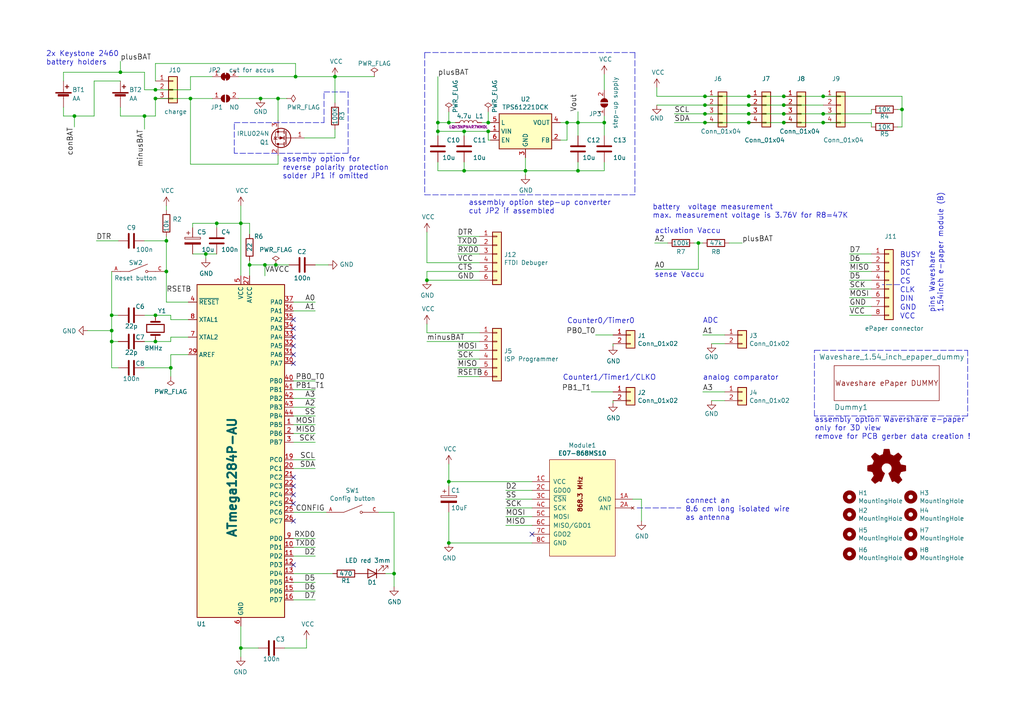
<source format=kicad_sch>
(kicad_sch (version 20211123) (generator eeschema)
  (paper "A4")
  (title_block (title "HB-UNI-SEN-BATT_ATMega1284P_E07-868MS10_FUEL4EP") (date "2024-02-17") (rev "1.4") (company "FUEL4EP") (comment 1 "Creative Commons License, non-commercial") (comment 2 "connector for Waveshare e-paper module (B) 1.54inch (J11)") (comment 3 "ATMega1284P (TQFP)  and eByte E07-868MS10 transceiver module") (comment 4 "fork of Alexander Reinert's HB-UNI-SEN-BATT: major changes:"))
  (junction (at 21.59 33.655))
  (junction (at 114.3 166.37))
  (junction (at 152.4 49.53))
  (junction (at 130.175 139.7))
  (junction (at 238.76 33.02))
  (junction (at 32.385 91.44))
  (junction (at 141.605 35.56))
  (junction (at 49.53 106.68))
  (junction (at 227.33 33.02))
  (junction (at 62.865 64.77))
  (junction (at 97.155 22.225))
  (junction (at 227.33 27.94))
  (junction (at 130.175 157.48))
  (junction (at 130.175 35.56))
  (junction (at 34.925 20.955))
  (junction (at 72.39 76.835))
  (junction (at 217.17 27.94))
  (junction (at 134.62 49.53))
  (junction (at 69.85 64.77))
  (junction (at 238.76 27.94))
  (junction (at 167.64 35.56))
  (junction (at 127 35.56))
  (junction (at 167.64 49.53))
  (junction (at 85.725 22.225))
  (junction (at 261.62 31.75))
  (junction (at 41.91 33.655))
  (junction (at 45.085 28.575))
  (junction (at 80.01 76.835))
  (junction (at 55.245 28.575))
  (junction (at 141.605 38.1))
  (junction (at 238.76 35.56))
  (junction (at 204.47 27.94))
  (junction (at 217.17 35.56))
  (junction (at 123.825 81.28))
  (junction (at 164.465 35.56))
  (junction (at 75.565 28.575))
  (junction (at 45.085 91.44))
  (junction (at 127 38.1))
  (junction (at 32.385 95.885))
  (junction (at 227.33 30.48))
  (junction (at 76.835 76.835))
  (junction (at 204.47 35.56))
  (junction (at 59.69 73.66))
  (junction (at 48.26 78.74))
  (junction (at 175.26 35.56))
  (junction (at 217.17 33.02))
  (junction (at 202.565 70.485))
  (junction (at 45.085 26.035))
  (junction (at 45.085 99.06))
  (junction (at 80.645 28.575))
  (junction (at 204.47 30.48))
  (junction (at 204.47 33.02))
  (junction (at 48.26 69.85))
  (junction (at 69.85 187.96))
  (junction (at 217.17 30.48))
  (junction (at 32.385 99.06))
  (junction (at 227.33 35.56))
  (junction (at 134.62 38.1))
  (no_connect (at 85.09 151.13))
  (no_connect (at 85.09 95.25))
  (no_connect (at 85.09 146.05))
  (no_connect (at 85.09 97.79))
  (no_connect (at 85.09 138.43))
  (no_connect (at 85.09 105.41))
  (no_connect (at 85.09 143.51))
  (no_connect (at 154.305 154.94))
  (no_connect (at 85.09 163.83))
  (no_connect (at 85.09 92.71))
  (no_connect (at 85.09 100.33))
  (no_connect (at 85.09 140.97))
  (no_connect (at 85.09 102.87))
  (wire (pts (xy 141.605 35.56) (xy 139.7 35.56)))
  (wire (pts (xy 97.155 29.845) (xy 97.155 22.225)))
  (wire (pts (xy 109.855 148.59) (xy 114.3 148.59)))
  (wire (pts (xy 34.925 17.78) (xy 34.925 20.955)))
  (wire (pts (xy 34.29 69.85) (xy 27.94 69.85)))
  (wire (pts (xy 32.385 99.06) (xy 32.385 106.68)))
  (wire (pts (xy 41.91 106.68) (xy 49.53 106.68)))
  (wire (pts (xy 85.09 161.29) (xy 91.44 161.29)))
  (wire (pts (xy 261.62 27.94) (xy 261.62 31.75)))
  (wire (pts (xy 130.175 157.48) (xy 130.175 148.59)))
  (wire (pts (xy 204.47 27.94) (xy 217.17 27.94)))
  (wire (pts (xy 206.375 99.695) (xy 210.185 99.695)))
  (wire (pts (xy 238.76 33.02) (xy 227.33 33.02)))
  (wire (pts (xy 141.605 35.56) (xy 141.605 32.385)))
  (wire (pts (xy 48.26 68.58) (xy 48.26 69.85)))
  (wire (pts (xy 55.245 47.625) (xy 80.645 47.625)))
  (wire (pts (xy 167.64 49.53) (xy 167.64 46.99)))
  (wire (pts (xy 88.9 187.96) (xy 88.9 185.42)))
  (wire (pts (xy 82.55 187.96) (xy 88.9 187.96)))
  (polyline (pts (xy 100.965 26.67) (xy 100.965 44.45)))
  (wire (pts (xy 177.8 113.665) (xy 171.45 113.665)))
  (wire (pts (xy 72.39 76.835) (xy 72.39 80.01)))
  (wire (pts (xy 193.675 70.485) (xy 189.865 70.485)))
  (wire (pts (xy 134.62 49.53) (xy 152.4 49.53)))
  (wire (pts (xy 55.245 26.035) (xy 55.245 22.225)))
  (wire (pts (xy 190.5 27.94) (xy 190.5 25.4)))
  (wire (pts (xy 85.09 120.65) (xy 91.44 120.65)))
  (wire (pts (xy 85.09 90.17) (xy 91.44 90.17)))
  (wire (pts (xy 45.085 26.035) (xy 55.245 26.035)))
  (wire (pts (xy 195.58 33.02) (xy 204.47 33.02)))
  (polyline (pts (xy 260.985 82.55) (xy 255.905 82.55)))
  (wire (pts (xy 175.26 33.655) (xy 175.26 35.56)))
  (wire (pts (xy 55.88 73.66) (xy 59.69 73.66)))
  (wire (pts (xy 85.09 115.57) (xy 91.44 115.57)))
  (wire (pts (xy 27.305 23.495) (xy 34.925 23.495)))
  (wire (pts (xy 123.825 76.2) (xy 123.825 67.31)))
  (wire (pts (xy 217.17 27.94) (xy 227.33 27.94)))
  (wire (pts (xy 114.3 166.37) (xy 114.3 170.18)))
  (wire (pts (xy 202.565 78.105) (xy 189.865 78.105)))
  (wire (pts (xy 85.09 158.75) (xy 91.44 158.75)))
  (wire (pts (xy 134.62 38.1) (xy 134.62 39.37)))
  (wire (pts (xy 167.64 49.53) (xy 175.26 49.53)))
  (wire (pts (xy 48.26 78.74) (xy 48.26 87.63)))
  (wire (pts (xy 83.82 76.835) (xy 80.01 76.835)))
  (wire (pts (xy 21.59 33.655) (xy 27.305 33.655)))
  (wire (pts (xy 260.35 31.75) (xy 261.62 31.75)))
  (polyline (pts (xy 123.19 15.24) (xy 123.19 56.515)))
  (wire (pts (xy 49.53 106.68) (xy 49.53 102.87)))
  (wire (pts (xy 97.155 37.465) (xy 97.155 40.005)))
  (wire (pts (xy 139.065 106.68) (xy 132.715 106.68)))
  (wire (pts (xy 227.33 27.94) (xy 238.76 27.94)))
  (wire (pts (xy 252.73 86.36) (xy 246.38 86.36)))
  (wire (pts (xy 134.62 49.53) (xy 127 49.53)))
  (wire (pts (xy 25.4 95.885) (xy 32.385 95.885)))
  (wire (pts (xy 45.085 18.415) (xy 85.725 18.415)))
  (wire (pts (xy 76.835 80.01) (xy 76.835 76.835)))
  (wire (pts (xy 142.24 35.56) (xy 141.605 35.56)))
  (wire (pts (xy 85.09 156.21) (xy 91.44 156.21)))
  (wire (pts (xy 59.69 73.66) (xy 62.865 73.66)))
  (wire (pts (xy 49.53 92.71) (xy 54.61 92.71)))
  (wire (pts (xy 61.595 22.225) (xy 55.245 22.225)))
  (wire (pts (xy 130.175 139.7) (xy 130.175 140.97)))
  (wire (pts (xy 183.515 144.78) (xy 186.055 144.78)))
  (wire (pts (xy 97.155 40.005) (xy 88.265 40.005)))
  (wire (pts (xy 76.835 76.835) (xy 72.39 76.835)))
  (wire (pts (xy 34.925 33.655) (xy 41.91 33.655)))
  (wire (pts (xy 80.645 28.575) (xy 83.185 28.575)))
  (wire (pts (xy 34.925 31.115) (xy 34.925 33.655)))
  (wire (pts (xy 139.065 73.66) (xy 132.715 73.66)))
  (polyline (pts (xy 67.945 35.56) (xy 93.98 35.56)))
  (wire (pts (xy 211.455 70.485) (xy 215.265 70.485)))
  (wire (pts (xy 41.91 33.655) (xy 45.085 33.655)))
  (wire (pts (xy 141.605 38.1) (xy 134.62 38.1)))
  (wire (pts (xy 152.4 49.53) (xy 167.64 49.53)))
  (wire (pts (xy 41.91 33.655) (xy 41.91 37.465)))
  (wire (pts (xy 139.065 96.52) (xy 123.825 96.52)))
  (wire (pts (xy 142.24 40.64) (xy 141.605 40.64)))
  (wire (pts (xy 85.09 110.49) (xy 91.44 110.49)))
  (wire (pts (xy 45.085 23.495) (xy 45.085 18.415)))
  (wire (pts (xy 45.085 91.44) (xy 41.91 91.44)))
  (wire (pts (xy 203.835 113.665) (xy 210.185 113.665)))
  (wire (pts (xy 127 38.1) (xy 127 39.37)))
  (wire (pts (xy 252.73 35.56) (xy 252.73 36.83)))
  (wire (pts (xy 132.08 35.56) (xy 130.175 35.56)))
  (wire (pts (xy 85.725 18.415) (xy 85.725 22.225)))
  (wire (pts (xy 195.58 35.56) (xy 204.47 35.56)))
  (wire (pts (xy 55.245 28.575) (xy 45.085 28.575)))
  (wire (pts (xy 47.625 78.74) (xy 48.26 78.74)))
  (wire (pts (xy 204.47 30.48) (xy 217.17 30.48)))
  (wire (pts (xy 175.26 49.53) (xy 175.26 46.99)))
  (polyline (pts (xy 184.785 147.32) (xy 197.485 147.32)))
  (polyline (pts (xy 93.98 26.67) (xy 100.965 26.67)))
  (wire (pts (xy 18.415 31.115) (xy 18.415 33.655)))
  (wire (pts (xy 152.4 45.72) (xy 152.4 49.53)))
  (wire (pts (xy 41.91 26.035) (xy 41.91 20.955)))
  (wire (pts (xy 111.76 166.37) (xy 114.3 166.37)))
  (wire (pts (xy 55.245 28.575) (xy 55.245 47.625)))
  (wire (pts (xy 141.605 40.64) (xy 141.605 38.1)))
  (wire (pts (xy 201.295 70.485) (xy 202.565 70.485)))
  (wire (pts (xy 134.62 46.99) (xy 134.62 49.53)))
  (wire (pts (xy 85.09 123.19) (xy 91.44 123.19)))
  (wire (pts (xy 85.09 125.73) (xy 91.44 125.73)))
  (wire (pts (xy 85.09 118.11) (xy 91.44 118.11)))
  (wire (pts (xy 48.26 87.63) (xy 54.61 87.63)))
  (wire (pts (xy 55.88 64.77) (xy 55.88 66.04)))
  (wire (pts (xy 85.09 128.27) (xy 91.44 128.27)))
  (polyline (pts (xy 184.15 15.24) (xy 184.15 56.515)))
  (wire (pts (xy 238.76 27.94) (xy 261.62 27.94)))
  (polyline (pts (xy 123.19 56.515) (xy 184.15 56.515)))
  (wire (pts (xy 54.61 97.79) (xy 49.53 97.79)))
  (wire (pts (xy 18.415 23.495) (xy 18.415 20.955)))
  (wire (pts (xy 85.09 133.35) (xy 91.44 133.35)))
  (wire (pts (xy 123.825 99.06) (xy 139.065 99.06)))
  (wire (pts (xy 85.725 22.225) (xy 97.155 22.225)))
  (wire (pts (xy 252.73 78.74) (xy 246.38 78.74)))
  (wire (pts (xy 127 35.56) (xy 127 38.1)))
  (wire (pts (xy 175.26 35.56) (xy 175.26 39.37)))
  (polyline (pts (xy 236.22 101.6) (xy 280.67 101.6)))
  (wire (pts (xy 123.825 78.74) (xy 139.065 78.74)))
  (wire (pts (xy 130.175 35.56) (xy 130.175 32.385)))
  (polyline (pts (xy 67.945 44.45) (xy 67.945 35.56)))
  (wire (pts (xy 32.385 106.68) (xy 34.29 106.68)))
  (wire (pts (xy 206.375 116.205) (xy 210.185 116.205)))
  (wire (pts (xy 252.73 76.2) (xy 246.38 76.2)))
  (wire (pts (xy 167.64 32.385) (xy 167.64 35.56)))
  (wire (pts (xy 210.185 97.155) (xy 203.835 97.155)))
  (wire (pts (xy 55.245 28.575) (xy 61.595 28.575)))
  (wire (pts (xy 69.85 181.61) (xy 69.85 187.96)))
  (wire (pts (xy 72.39 64.77) (xy 72.39 67.945)))
  (wire (pts (xy 49.53 102.87) (xy 54.61 102.87)))
  (wire (pts (xy 80.01 76.835) (xy 76.835 76.835)))
  (wire (pts (xy 130.175 134.62) (xy 130.175 139.7)))
  (wire (pts (xy 69.85 59.69) (xy 69.85 64.77)))
  (wire (pts (xy 123.825 96.52) (xy 123.825 93.98)))
  (wire (pts (xy 85.09 113.03) (xy 91.44 113.03)))
  (wire (pts (xy 85.09 87.63) (xy 91.44 87.63)))
  (wire (pts (xy 18.415 33.655) (xy 21.59 33.655)))
  (wire (pts (xy 96.52 166.37) (xy 85.09 166.37)))
  (polyline (pts (xy 236.22 120.65) (xy 236.22 101.6)))
  (wire (pts (xy 252.73 83.82) (xy 246.38 83.82)))
  (wire (pts (xy 167.64 35.56) (xy 167.64 39.37)))
  (wire (pts (xy 177.8 100.33) (xy 177.8 99.695)))
  (polyline (pts (xy 123.19 15.24) (xy 184.15 15.24)))
  (wire (pts (xy 227.33 30.48) (xy 238.76 30.48)))
  (wire (pts (xy 177.8 97.155) (xy 172.72 97.155)))
  (wire (pts (xy 204.47 35.56) (xy 217.17 35.56)))
  (wire (pts (xy 85.09 171.45) (xy 91.44 171.45)))
  (wire (pts (xy 69.215 22.225) (xy 85.725 22.225)))
  (wire (pts (xy 32.385 91.44) (xy 32.385 95.885)))
  (wire (pts (xy 139.065 101.6) (xy 132.715 101.6)))
  (wire (pts (xy 94.615 148.59) (xy 85.09 148.59)))
  (wire (pts (xy 164.465 40.64) (xy 164.465 35.56)))
  (wire (pts (xy 80.645 34.925) (xy 80.645 28.575)))
  (wire (pts (xy 162.56 40.64) (xy 164.465 40.64)))
  (wire (pts (xy 91.44 76.835) (xy 95.25 76.835)))
  (wire (pts (xy 252.73 73.66) (xy 246.38 73.66)))
  (wire (pts (xy 49.53 99.06) (xy 45.085 99.06)))
  (wire (pts (xy 74.93 187.96) (xy 69.85 187.96)))
  (wire (pts (xy 204.47 33.02) (xy 217.17 33.02)))
  (wire (pts (xy 32.385 78.74) (xy 32.385 91.44)))
  (wire (pts (xy 69.215 28.575) (xy 75.565 28.575)))
  (wire (pts (xy 127 22.225) (xy 127 35.56)))
  (wire (pts (xy 114.3 148.59) (xy 114.3 166.37)))
  (wire (pts (xy 85.09 168.91) (xy 91.44 168.91)))
  (wire (pts (xy 108.585 22.225) (xy 97.155 22.225)))
  (wire (pts (xy 177.8 116.84) (xy 177.8 116.205)))
  (wire (pts (xy 69.85 64.77) (xy 69.85 80.01)))
  (polyline (pts (xy 280.67 120.65) (xy 236.22 120.65)))
  (wire (pts (xy 45.085 28.575) (xy 45.085 33.655)))
  (wire (pts (xy 80.645 45.085) (xy 80.645 47.625)))
  (wire (pts (xy 69.85 64.77) (xy 72.39 64.77)))
  (wire (pts (xy 21.59 36.83) (xy 21.59 33.655)))
  (wire (pts (xy 227.33 30.48) (xy 217.17 30.48)))
  (wire (pts (xy 41.91 69.85) (xy 48.26 69.85)))
  (wire (pts (xy 142.24 38.1) (xy 141.605 38.1)))
  (wire (pts (xy 154.305 157.48) (xy 130.175 157.48)))
  (wire (pts (xy 49.53 109.22) (xy 49.53 106.68)))
  (wire (pts (xy 34.29 99.06) (xy 32.385 99.06)))
  (wire (pts (xy 59.69 73.66) (xy 59.69 74.93)))
  (wire (pts (xy 227.33 33.02) (xy 217.17 33.02)))
  (wire (pts (xy 252.73 88.9) (xy 246.38 88.9)))
  (wire (pts (xy 48.26 69.85) (xy 48.26 78.74)))
  (wire (pts (xy 252.73 81.28) (xy 246.38 81.28)))
  (wire (pts (xy 202.565 70.485) (xy 203.835 70.485)))
  (wire (pts (xy 261.62 31.75) (xy 261.62 36.83)))
  (wire (pts (xy 227.33 35.56) (xy 217.17 35.56)))
  (polyline (pts (xy 280.67 101.6) (xy 280.67 120.65)))
  (wire (pts (xy 139.065 68.58) (xy 132.715 68.58)))
  (wire (pts (xy 164.465 35.56) (xy 162.56 35.56)))
  (wire (pts (xy 27.305 23.495) (xy 27.305 33.655)))
  (wire (pts (xy 75.565 28.575) (xy 80.645 28.575)))
  (polyline (pts (xy 93.98 35.56) (xy 93.98 26.67)))
  (wire (pts (xy 202.565 70.485) (xy 202.565 78.105)))
  (wire (pts (xy 175.26 26.035) (xy 175.26 21.59)))
  (wire (pts (xy 167.64 35.56) (xy 164.465 35.56)))
  (wire (pts (xy 154.305 152.4) (xy 146.685 152.4)))
  (wire (pts (xy 49.53 97.79) (xy 49.53 99.06)))
  (wire (pts (xy 127 49.53) (xy 127 46.99)))
  (wire (pts (xy 62.865 64.77) (xy 62.865 66.04)))
  (wire (pts (xy 190.5 27.94) (xy 204.47 27.94)))
  (wire (pts (xy 130.175 35.56) (xy 127 35.56)))
  (wire (pts (xy 85.09 135.89) (xy 91.44 135.89)))
  (wire (pts (xy 69.85 187.96) (xy 69.85 190.5)))
  (wire (pts (xy 139.065 71.12) (xy 132.715 71.12)))
  (wire (pts (xy 32.385 95.885) (xy 32.385 99.06)))
  (wire (pts (xy 139.065 104.14) (xy 132.715 104.14)))
  (wire (pts (xy 62.865 64.77) (xy 55.88 64.77)))
  (wire (pts (xy 123.825 81.28) (xy 139.065 81.28)))
  (wire (pts (xy 49.53 91.44) (xy 45.085 91.44)))
  (wire (pts (xy 45.085 26.035) (xy 41.91 26.035)))
  (wire (pts (xy 134.62 38.1) (xy 127 38.1)))
  (wire (pts (xy 238.76 35.56) (xy 252.73 35.56)))
  (wire (pts (xy 252.73 33.02) (xy 252.73 31.75)))
  (wire (pts (xy 130.175 139.7) (xy 154.305 139.7)))
  (wire (pts (xy 154.305 144.78) (xy 146.685 144.78)))
  (wire (pts (xy 85.09 173.99) (xy 91.44 173.99)))
  (wire (pts (xy 45.085 99.06) (xy 41.91 99.06)))
  (wire (pts (xy 238.76 35.56) (xy 227.33 35.56)))
  (wire (pts (xy 186.055 144.78) (xy 186.055 151.13)))
  (wire (pts (xy 154.305 149.86) (xy 146.685 149.86)))
  (wire (pts (xy 48.26 59.69) (xy 48.26 60.96)))
  (polyline (pts (xy 100.965 44.45) (xy 67.945 44.45)))
  (wire (pts (xy 152.4 49.53) (xy 152.4 50.8)))
  (wire (pts (xy 139.065 109.22) (xy 132.715 109.22)))
  (wire (pts (xy 34.29 91.44) (xy 32.385 91.44)))
  (wire (pts (xy 123.825 78.74) (xy 123.825 81.28)))
  (wire (pts (xy 62.865 64.77) (xy 69.85 64.77)))
  (wire (pts (xy 154.305 147.32) (xy 146.685 147.32)))
  (wire (pts (xy 167.64 35.56) (xy 175.26 35.56)))
  (wire (pts (xy 238.76 33.02) (xy 252.73 33.02)))
  (wire (pts (xy 49.53 92.71) (xy 49.53 91.44)))
  (wire (pts (xy 72.39 75.565) (xy 72.39 76.835)))
  (wire (pts (xy 190.5 30.48) (xy 204.47 30.48)))
  (wire (pts (xy 34.925 20.955) (xy 41.91 20.955)))
  (wire (pts (xy 18.415 20.955) (xy 34.925 20.955)))
  (wire (pts (xy 252.73 91.44) (xy 246.38 91.44)))
  (wire (pts (xy 261.62 36.83) (xy 260.35 36.83)))
  (wire (pts (xy 123.825 76.2) (xy 139.065 76.2)))
  (wire (pts (xy 154.305 142.24) (xy 146.685 142.24)))
  (text "RST" (at 260.985 77.47 0) (effects (font (size 1.524 1.524)) (justify left bottom)))
  (text "CLK" (at 260.985 85.09 0) (effects (font (size 1.524 1.524)) (justify left bottom)))
  (text "analog comparator" (at 203.835 110.49 0) (effects (font (size 1.524 1.524)) (justify left bottom)))
  (text "connect an\n8.6 cm long isolated wire\nas antenna" (at 198.755 151.13 0) (effects (font (size 1.524 1.524)) (justify left bottom)))
  (text "VCC" (at 260.985 92.71 0) (effects (font (size 1.524 1.524)) (justify left bottom)))
  (text "activation Vaccu" (at 189.865 67.945 0) (effects (font (size 1.524 1.524)) (justify left bottom)))
  (text "Counter1/Timer1/CLKO\n" (at 163.195 110.49 0) (effects (font (size 1.524 1.524)) (justify left bottom)))
  (text "assemby option for\nreverse polarity protection\nsolder JP1 if omitted" (at 81.915 52.07 0) (effects (font (size 1.524 1.524)) (justify left bottom)))
  (text "Counter0/Timer0\n\n" (at 164.465 96.52 0) (effects (font (size 1.524 1.524)) (justify left bottom)))
  (text "ADC" (at 203.835 93.98 0) (effects (font (size 1.524 1.524)) (justify left bottom)))
  (text "assembly option step-up converter\ncut JP2 if assembled" (at 135.89 62.23 0) (effects (font (size 1.524 1.524)) (justify left bottom)))
  (text "CS\n" (at 260.985 82.55 0) (effects (font (size 1.524 1.524)) (justify left bottom)))
  (text "battery  voltage measurement\nmax. measurement voltage is 3.76V for R8=47K" (at 189.23 63.5 0) (effects (font (size 1.524 1.524)) (justify left bottom)))
  (text "pins Waveshare\n1.54inch e-paper module (B)" (at 273.685 90.805 90) (effects (font (size 1.524 1.524)) (justify left bottom)))
  (text "sense Vaccu" (at 189.865 80.645 0) (effects (font (size 1.524 1.524)) (justify left bottom)))
  (text "2x Keystone 2460\nbattery holders" (at 13.335 19.05 0) (effects (font (size 1.524 1.524)) (justify left bottom)))
  (text "DC" (at 260.985 80.01 0) (effects (font (size 1.524 1.524)) (justify left bottom)))
  (text "GND" (at 260.985 90.17 0) (effects (font (size 1.524 1.524)) (justify left bottom)))
  (text "DIN" (at 260.985 87.63 0) (effects (font (size 1.524 1.524)) (justify left bottom)))
  (text "BUSY" (at 260.985 74.93 0) (effects (font (size 1.524 1.524)) (justify left bottom)))
  (text "assembly option Wavershare e-paper\nonly for 3D view\nremove for PCB gerber data creation !" (at 236.22 127.635 0) (effects (font (size 1.524 1.524)) (justify left bottom)))
  (label "SCL" (at 91.44 133.35 180) (effects (font (size 1.524 1.524))))
  (label "A0" (at 189.865 78.105 0) (effects (font (size 1.524 1.524))))
  (label "D5" (at 91.44 168.91 180) (effects (font (size 1.524 1.524))))
  (label "MOSI" (at 146.685 149.86 0) (effects (font (size 1.524 1.524))))
  (label "A1" (at 91.44 90.17 180) (effects (font (size 1.524 1.524))))
  (label "SS" (at 146.685 144.78 0) (effects (font (size 1.524 1.524))))
  (label "A1" (at 203.835 97.155 0) (effects (font (size 1.524 1.524))))
  (label "SDA" (at 91.44 135.89 180) (effects (font (size 1.524 1.524))))
  (label "VCC" (at 132.715 76.2 0) (effects (font (size 1.524 1.524))))
  (label "MOSI" (at 91.44 123.19 180) (effects (font (size 1.524 1.524))))
  (label "MISO" (at 146.685 152.4 0) (effects (font (size 1.524 1.524))))
  (label "D2" (at 91.44 161.29 180) (effects (font (size 1.524 1.524))))
  (label "minusBAT" (at 41.91 37.465 270) (effects (font (size 1.524 1.524))))
  (label "D2" (at 146.685 142.24 0) (effects (font (size 1.524 1.524))))
  (label "SCK" (at 132.715 104.14 0) (effects (font (size 1.524 1.524))))
  (label "MISO" (at 132.715 106.68 0) (effects (font (size 1.524 1.524))))
  (label "D6" (at 91.44 171.45 180) (effects (font (size 1.524 1.524))))
  (label "plusBAT" (at 127 22.225 0) (effects (font (size 1.524 1.524))))
  (label "plusBAT" (at 215.265 70.485 0) (effects (font (size 1.524 1.524))))
  (label "VCC" (at 246.38 91.44 0) (effects (font (size 1.524 1.524))))
  (label "DTR" (at 132.715 68.58 0) (effects (font (size 1.524 1.524))))
  (label "SDA" (at 195.58 35.56 0) (effects (font (size 1.524 1.524))))
  (label "MISO" (at 246.38 78.74 0) (effects (font (size 1.524 1.524))))
  (label "A2" (at 91.44 118.11 180) (effects (font (size 1.524 1.524))))
  (label "CONFIG" (at 85.725 148.59 0) (effects (font (size 1.524 1.524))))
  (label "PB0_T0" (at 172.72 97.155 180) (effects (font (size 1.524 1.524))))
  (label "PB1_T1" (at 85.725 113.03 0) (effects (font (size 1.524 1.524))))
  (label "conBAT" (at 21.59 36.83 270) (effects (font (size 1.524 1.524))))
  (label "SCL" (at 195.58 33.02 0) (effects (font (size 1.524 1.524))))
  (label "A3" (at 203.835 113.665 0) (effects (font (size 1.524 1.524))))
  (label "SCK" (at 246.38 83.82 0) (effects (font (size 1.524 1.524))))
  (label "PB1_T1" (at 171.45 113.665 180) (effects (font (size 1.524 1.524))))
  (label "RSETB" (at 48.26 85.09 0) (effects (font (size 1.524 1.524))))
  (label "D7" (at 246.38 73.66 0) (effects (font (size 1.524 1.524))))
  (label "Vout" (at 167.64 32.385 90) (effects (font (size 1.524 1.524))))
  (label "D7" (at 91.44 173.99 180) (effects (font (size 1.524 1.524))))
  (label "PB0_T0" (at 85.725 110.49 0) (effects (font (size 1.524 1.524))))
  (label "TXD0" (at 132.715 71.12 0) (effects (font (size 1.524 1.524))))
  (label "MOSI" (at 246.38 86.36 0) (effects (font (size 1.524 1.524))))
  (label "A2" (at 189.865 70.485 0) (effects (font (size 1.524 1.524))))
  (label "CTS" (at 132.715 78.74 0) (effects (font (size 1.524 1.524))))
  (label "GND" (at 132.715 81.28 0) (effects (font (size 1.524 1.524))))
  (label "minusBAT" (at 123.825 99.06 0) (effects (font (size 1.524 1.524))))
  (label "D5" (at 246.38 81.28 0) (effects (font (size 1.524 1.524))))
  (label "VAVCC" (at 76.835 79.375 0) (effects (font (size 1.524 1.524))))
  (label "SS" (at 91.44 120.65 180) (effects (font (size 1.524 1.524))))
  (label "DTR" (at 27.94 69.85 0) (effects (font (size 1.524 1.524))))
  (label "MISO" (at 91.44 125.73 180) (effects (font (size 1.524 1.524))))
  (label "SCK" (at 146.685 147.32 0) (effects (font (size 1.524 1.524))))
  (label "TXD0" (at 91.44 158.75 180) (effects (font (size 1.524 1.524))))
  (label "MOSI" (at 132.715 101.6 0) (effects (font (size 1.524 1.524))))
  (label "plusBAT" (at 34.925 17.78 0) (effects (font (size 1.524 1.524))))
  (label "RXD0" (at 91.44 156.21 180) (effects (font (size 1.524 1.524))))
  (label "A3" (at 91.44 115.57 180) (effects (font (size 1.524 1.524))))
  (label "GND" (at 246.38 88.9 0) (effects (font (size 1.524 1.524))))
  (label "RXD0" (at 132.715 73.66 0) (effects (font (size 1.524 1.524))))
  (label "A0" (at 91.44 87.63 180) (effects (font (size 1.524 1.524))))
  (label "RSETB" (at 132.715 109.22 0) (effects (font (size 1.524 1.524))))
  (label "D6" (at 246.38 76.2 0) (effects (font (size 1.524 1.524))))
  (label "SCK" (at 91.44 128.27 180) (effects (font (size 1.524 1.524))))
  (symbol (lib_id "Device:LED") (at 107.95 166.37 180) (unit 1)
    (property "Reference" "D1" (at 107.95 168.91 0))
    (property "Value" "LED red 3mm" (at 106.68 162.56 0))
    (property "Footprint" "LED_SMD:LED_0805_2012Metric_Pad1.15x1.40mm_HandSolder" (effects hide))
    (property "Datasheet" "https://datasheet.lcsc.com/lcsc/2008201032_Foshan-NationStar-Optoelectronics-NCD0805R1_C84256.pdf" (effects hide))
    (property "TYPE" "LED_0805" (effects hide))
    (property "LCSC" "C84256" (effects hide))
  )
  (symbol (lib_id "Device:R") (at 100.33 166.37 90) (mirror x) (unit 1)
    (property "Reference" "R1" (at 100.33 168.402 90))
    (property "Value" "470" (at 100.33 166.37 90))
    (property "Footprint" "Resistor_SMD:R_0805_2012Metric_Pad1.20x1.40mm_HandSolder" (effects hide))
    (property "Datasheet" "https://datasheet.lcsc.com/lcsc/1811050105_UNI-ROYAL-Uniroyal-Elec-0805W8F4700T5E_C17710.pdf" (effects hide))
    (property "TYPE" "0805" (effects hide))
    (property "LCSC" "C17710" (effects hide))
  )
  (symbol (lib_id "power:GND") (at 190.5 30.48 0) (unit 1)
    (property "Reference" "#PWR03" (effects hide))
    (property "Value" "GND" (at 190.5 34.29 0))
  )
  (symbol (lib_id "power:GND") (at 75.565 28.575 0) (unit 1)
    (property "Reference" "#PWR05" (effects hide))
    (property "Value" "GND" (at 75.565 32.385 0))
  )
  (symbol (lib_id "power:GND") (at 206.375 99.695 0) (unit 1)
    (property "Reference" "#PWR011" (effects hide))
    (property "Value" "GND" (at 206.375 103.505 0))
  )
  (symbol (lib_id "power:GND") (at 206.375 116.205 0) (unit 1)
    (property "Reference" "#PWR012" (effects hide))
    (property "Value" "GND" (at 206.375 120.015 0))
  )
  (symbol (lib_id "power:PWR_FLAG") (at 108.585 22.225 0) (unit 1)
    (property "Reference" "#FLG014" (effects hide))
    (property "Value" "PWR_FLAG" (at 108.585 18.415 0))
  )
  (symbol (lib_id "Device:Battery_Cell") (at 18.415 28.575 0) (unit 1) (in_bom no)
    (property "Reference" "BT1" (at 20.955 26.035 0) (effects (justify left)))
    (property "Value" "AA" (at 20.955 28.575 0) (effects (justify left)))
    (property "Footprint" "FUEL4EP:BatteryHolder_Keystone_2460_1xAA" (effects hide))
    (property "TYPE" "0" (effects hide))
  )
  (symbol (lib_id "Device:Battery_Cell") (at 34.925 28.575 0) (unit 1) (in_bom no)
    (property "Reference" "BT2" (at 37.465 26.035 0) (effects (justify left)))
    (property "Value" "AA" (at 37.465 28.575 0) (effects (justify left)))
    (property "Footprint" "FUEL4EP:BatteryHolder_Keystone_2460_1xAA" (effects hide))
    (property "TYPE" "0" (effects hide))
  )
  (symbol (lib_id "Device:C_Polarized") (at 130.175 144.78 0) (unit 1)
    (property "Reference" "C1" (at 130.81 142.24 0) (effects (justify left)))
    (property "Value" "10uF" (at 130.81 147.32 0) (effects (justify left)))
    (property "Footprint" "Capacitor_SMD:C_1206_3216Metric_Pad1.33x1.80mm_HandSolder" (effects hide))
    (property "TYPE" "CASE-A_3216" (effects hide))
    (property "LCSC" "C7171" (effects hide))
  )
  (symbol (lib_id "Device:R") (at 256.54 31.75 270) (unit 1)
    (property "Reference" "R4" (at 256.54 33.782 90))
    (property "Value" "10K" (at 256.54 31.75 90))
    (property "Footprint" "Resistor_SMD:R_0805_2012Metric_Pad1.20x1.40mm_HandSolder" (effects hide))
    (property "Datasheet" "https://datasheet.lcsc.com/lcsc/2304140030_LIZ-Elec-CR0805J80114G_C101933.pdf" (effects hide))
    (property "TYPE" "R0805" (effects hide))
    (property "LCSC" "C101933" (effects hide))
  )
  (symbol (lib_id "Device:R") (at 256.54 36.83 270) (unit 1)
    (property "Reference" "R5" (at 256.54 38.862 90))
    (property "Value" "10K" (at 256.54 36.83 90))
    (property "Footprint" "Resistor_SMD:R_0805_2012Metric_Pad1.20x1.40mm_HandSolder" (effects hide))
    (property "Datasheet" "https://datasheet.lcsc.com/lcsc/2304140030_LIZ-Elec-CR0805J80114G_C101933.pdf" (effects hide))
    (property "TYPE" "R0805" (effects hide))
    (property "LCSC" "C101933" (effects hide))
  )
  (symbol (lib_id "Device:Q_NMOS_GDS") (at 83.185 40.005 180) (unit 1)
    (property "Reference" "Q1" (at 78.105 41.275 0) (effects (justify left)))
    (property "Value" "IRLU024N" (at 78.105 38.735 0) (effects (justify left)))
    (property "Footprint" "Package_TO_SOT_THT:TO-251-3_Vertical" (effects hide))
    (property "Datasheet" "https://datasheet.lcsc.com/lcsc/2005221837_VBsemi-Elec-IRLU024NPBF_C558184.pdf" (effects hide))
    (property "LCSC" "C558184" (effects hide))
    (property "TYPE" "TO-251" (effects hide))
  )
  (symbol (lib_id "Device:R") (at 97.155 33.655 0) (unit 1)
    (property "Reference" "R3" (at 99.187 33.655 90))
    (property "Value" "100K" (at 97.155 33.655 90))
    (property "Footprint" "Resistor_SMD:R_0805_2012Metric_Pad1.20x1.40mm_HandSolder" (effects hide))
    (property "Datasheet" "https://datasheet.lcsc.com/lcsc/2304140030_KAMAYA-RMC1-10-104JTP_C340475.pdf" (effects hide))
    (property "TYPE" "R0805" (effects hide))
    (property "LCSC" "C340475" (effects hide))
  )
  (symbol (lib_id "Jumper:SolderJumper_2_Open") (at 65.405 28.575 0) (unit 1)
    (property "Reference" "JP1" (at 62.865 31.115 0))
    (property "Value" "NO" (at 67.945 31.115 0))
    (property "Footprint" "FUEL4EP:SolderJumper-2_P1.3mm_Open_Pad1.0x1.5mm" (effects hide))
    (property "TYPE" "0" (effects hide))
  )
  (symbol (lib_id "Connector_Generic:Conn_01x02") (at 215.265 113.665 0) (unit 1)
    (property "Reference" "J4" (at 217.297 113.8682 0) (effects (justify left)))
    (property "Value" "Conn_01x02" (at 217.297 116.1796 0) (effects (justify left)))
    (property "Footprint" "Connector_PinHeader_2.54mm:PinHeader_1x02_P2.54mm_Vertical" (effects hide))
    (property "TYPE" "0" (effects hide))
  )
  (symbol (lib_id "Connector_Generic:Conn_01x02") (at 215.265 97.155 0) (unit 1)
    (property "Reference" "J3" (at 217.297 97.3582 0) (effects (justify left)))
    (property "Value" "Conn_01x02" (at 217.297 99.6696 0) (effects (justify left)))
    (property "Footprint" "Connector_PinHeader_2.54mm:PinHeader_1x02_P2.54mm_Vertical" (effects hide))
    (property "TYPE" "0" (effects hide))
  )
  (symbol (lib_id "Connector_Generic:Conn_01x03") (at 50.165 26.035 0) (unit 1)
    (property "Reference" "J10" (at 48.895 20.32 0) (effects (justify left)))
    (property "Value" "charge" (at 47.625 32.385 0) (effects (justify left)))
    (property "Footprint" "Connector_PinHeader_2.54mm:PinHeader_1x03_P2.54mm_Vertical" (effects hide))
    (property "TYPE" "0" (effects hide))
  )
  (symbol (lib_id "Connector_Generic:Conn_01x04") (at 209.55 30.48 0) (unit 1)
    (property "Reference" "J6" (at 207.01 22.86 0) (effects (justify left)))
    (property "Value" "Conn_01x04" (at 203.2 38.1 0) (effects (justify left)))
    (property "Footprint" "Connector_PinHeader_2.54mm:PinHeader_1x04_P2.54mm_Vertical" (effects hide))
    (property "TYPE" "0" (effects hide))
  )
  (symbol (lib_id "Connector_Generic:Conn_01x04") (at 222.25 30.48 0) (unit 1)
    (property "Reference" "J7" (at 220.98 22.86 0) (effects (justify left)))
    (property "Value" "Conn_01x04" (at 215.9 40.64 0) (effects (justify left)))
    (property "Footprint" "Connector_PinHeader_2.54mm:PinHeader_1x04_P2.54mm_Vertical" (effects hide))
    (property "TYPE" "0" (effects hide))
  )
  (symbol (lib_id "Connector_Generic:Conn_01x04") (at 232.41 30.48 0) (unit 1)
    (property "Reference" "J8" (at 231.14 22.86 0) (effects (justify left)))
    (property "Value" "Conn_01x04" (at 226.06 38.1 0) (effects (justify left)))
    (property "Footprint" "Connector_PinHeader_2.54mm:PinHeader_1x04_P2.54mm_Vertical" (effects hide))
    (property "TYPE" "0" (effects hide))
  )
  (symbol (lib_id "Connector_Generic:Conn_01x04") (at 243.84 30.48 0) (unit 1)
    (property "Reference" "J9" (at 241.3 22.86 0) (effects (justify left)))
    (property "Value" "Conn_01x04" (at 238.76 40.64 0) (effects (justify left)))
    (property "Footprint" "Connector_PinHeader_2.54mm:PinHeader_1x04_P2.54mm_Vertical" (effects hide))
    (property "TYPE" "0" (effects hide))
  )
  (symbol (lib_id "Connector_Generic:Conn_01x06") (at 144.145 101.6 0) (unit 1)
    (property "Reference" "J5" (at 146.177 101.8032 0) (effects (justify left)))
    (property "Value" "ISP Programmer" (at 146.177 104.1146 0) (effects (justify left)))
    (property "Footprint" "Connector_PinHeader_2.54mm:PinHeader_1x06_P2.54mm_Vertical" (effects hide))
    (property "TYPE" "0" (effects hide))
  )
  (symbol (lib_id "Jumper:SolderJumper_2_Bridged") (at 65.405 22.225 0) (unit 1)
    (property "Reference" "JP2" (at 62.23 20.32 0))
    (property "Value" "cut for accus" (at 73.025 20.32 0))
    (property "Footprint" "Jumper:SolderJumper-2_P1.3mm_Bridged_Pad1.0x1.5mm" (effects hide))
    (property "TYPE" "0" (effects hide))
  )
  (symbol (lib_id "power:GND") (at 130.175 157.48 0) (unit 1)
    (property "Reference" "#PWR09" (effects hide))
    (property "Value" "GND" (at 130.302 161.8742 0))
  )
  (symbol (lib_id "power:VCC") (at 130.175 134.62 0) (unit 1)
    (property "Reference" "#PWR013" (effects hide))
    (property "Value" "VCC" (at 130.556 130.2258 0))
  )
  (symbol (lib_id "Mechanical:MountingHole") (at 246.38 149.225 0) (unit 1) (in_bom no)
    (property "Reference" "H2" (at 248.92 148.0566 0) (effects (justify left)))
    (property "Value" "MountingHole" (at 248.92 150.368 0) (effects (justify left)))
    (property "Footprint" "FUEL4EP:MountingHole_2.2mm_M2_Pad_Via" (effects hide))
    (property "TYPE" "0" (effects hide))
  )
  (symbol (lib_id "Mechanical:MountingHole") (at 246.38 144.145 0) (unit 1) (in_bom no)
    (property "Reference" "H1" (at 248.92 142.9766 0) (effects (justify left)))
    (property "Value" "MountingHole" (at 248.92 145.288 0) (effects (justify left)))
    (property "Footprint" "FUEL4EP:MountingHole_2.2mm_M2_Pad_Via" (effects hide))
    (property "TYPE" "0" (effects hide))
  )
  (symbol (lib_id "power:GND") (at 186.055 151.13 0) (unit 1)
    (property "Reference" "#PWR01" (effects hide))
    (property "Value" "GND" (at 186.182 155.5242 0))
  )
  (symbol (lib_id "Graphic:Logo_Open_Hardware_Small") (at 257.175 135.89 0) (unit 1) (in_bom no)
    (property "Reference" "LOGO1" (effects hide))
    (property "Value" "Logo_Open_Hardware_Small" (effects hide))
    (property "Footprint" "FUEL4EP:CC-BY-ND-SA" (effects hide))
    (property "TYPE" "0" (effects hide))
  )
  (symbol (lib_id "FUEL4EP:E07-868MS10") (at 159.385 161.29 0) (unit 1)
    (property "Reference" "Module1" (at 168.91 129.159 0))
    (property "Value" "E07-868MS10" (at 168.91 131.4704 0) (effects (font bold)))
    (property "Footprint" "FUEL4EP:eByte_E07-868MS10" (effects hide))
    (property "Datasheet" "https://www.ti.com/lit/ds/symlink/cc1101.pdf" (effects hide))
    (property "TYPE" "0" (effects hide))
  )
  (symbol (lib_id "Mechanical:MountingHole") (at 264.16 144.145 0) (unit 1) (in_bom no)
    (property "Reference" "H3" (at 266.7 142.9766 0) (effects (justify left)))
    (property "Value" "MountingHole" (at 266.7 145.288 0) (effects (justify left)))
    (property "Footprint" "FUEL4EP:MountingHole_2.2mm_M2_Pad_Via" (effects hide))
    (property "TYPE" "0" (effects hide))
  )
  (symbol (lib_id "FUEL4EP:Conn_01x08") (at 257.81 81.28 0) (unit 1)
    (property "Reference" "J11" (at 256.54 68.58 0) (effects (justify left)))
    (property "Value" "ePaper connector" (at 250.825 95.25 0) (effects (justify left)))
    (property "Footprint" "FUEL4EP:PinPads_1x08_P2.00mm_Vertical" (effects hide))
    (property "TYPE" "0" (effects hide))
  )
  (symbol (lib_id "Mechanical:MountingHole") (at 264.16 149.225 0) (unit 1) (in_bom no)
    (property "Reference" "H4" (at 266.7 148.0566 0) (effects (justify left)))
    (property "Value" "MountingHole" (at 266.7 150.368 0) (effects (justify left)))
    (property "Footprint" "FUEL4EP:MountingHole_2.2mm_M2_Pad_Via" (effects hide))
    (property "TYPE" "0" (effects hide))
  )
  (symbol (lib_id "MCU_Microchip_ATmega:ATmega1284P-A") (at 69.85 130.81 0) (unit 1)
    (property "Reference" "U1" (at 58.42 180.975 0))
    (property "Value" "ATmega1284P-AU" (at 67.31 138.43 90) (effects (font (size 2.54 2.54) bold)))
    (property "Footprint" "Package_QFP:TQFP-44_10x10mm_P0.8mm" (effects hide))
    (property "Datasheet" "http://ww1.microchip.com/downloads/en/DeviceDoc/Atmel-8272-8-bit-AVR-microcontroller-ATmega164A_PA-324A_PA-644A_PA-1284_P_datasheet.pdf" (effects hide))
    (property "TYPE" "TQFP-44_10.0x10.0x0.8P" (effects hide))
    (property "LCSC" "C33575" (effects hide))
  )
  (symbol (lib_id "power:PWR_FLAG") (at 49.53 109.22 180) (unit 1)
    (property "Reference" "#FLG0102" (effects hide))
    (property "Value" "PWR_FLAG" (at 49.53 113.6142 0))
  )
  (symbol (lib_id "FUEL4EP:TS-1187A-B-A-B") (at 40.005 78.74 0) (unit 1)
    (property "Reference" "SW2" (at 39.37 76.2 0))
    (property "Value" "Reset button" (at 39.37 80.645 0))
    (property "Footprint" "FUEL4EP:SW_TS-1187A-B-A-B" (effects hide))
    (property "Datasheet" "https://datasheet.lcsc.com/lcsc/2002271431_XKB-Connectivity-TS-1187A-B-A-B_C318884.pdf" (effects hide))
    (property "PARTREV" "A0" (effects hide))
    (property "MANUFACTURER" "XKB Industrial Precision" (effects hide))
    (property "MAXIMUM_PACKAGE_HEIGHT" "1.5mm" (effects hide))
    (property "STANDARD" "Manufacturer Recommendations" (effects hide))
    (property "TYPE" "SMD-SW-4_5.1x5.1x1.5" (effects hide))
    (property "LCSC" "C318884" (effects hide))
  )
  (symbol (lib_id "FUEL4EP:TS-1187A-B-A-B") (at 102.235 148.59 0) (unit 1)
    (property "Reference" "SW1" (at 102.235 142.2654 0))
    (property "Value" "Config button" (at 102.235 144.5768 0))
    (property "Footprint" "FUEL4EP:SW_TS-1187A-B-A-B" (effects hide))
    (property "Datasheet" "https://datasheet.lcsc.com/lcsc/2002271431_XKB-Connectivity-TS-1187A-B-A-B_C318884.pdf" (effects hide))
    (property "PARTREV" "A0" (effects hide))
    (property "MANUFACTURER" "XKB Industrial Precision" (effects hide))
    (property "MAXIMUM_PACKAGE_HEIGHT" "1.5mm" (effects hide))
    (property "STANDARD" "Manufacturer Recommendations" (effects hide))
    (property "TYPE" "SMD-SW-4_5.1x5.1x1.5" (effects hide))
    (property "LCSC" "C318884" (effects hide))
  )
  (symbol (lib_id "FUEL4EP:Waveshare_1.54_inch_epaper_dummy") (at 241.935 106.045 0) (unit 1) (in_bom no) (on_board no)
    (property "Reference" "Dummy1" (at 241.935 118.11 0) (effects (font (size 1.524 1.524)) (justify left)))
    (property "Value" "Waveshare_1.54_inch_epaper_dummy" (at 237.49 103.505 0) (effects (font (size 1.524 1.524)) (justify left)))
    (property "Footprint" "FUEL4EP:Waveshare_ePaper_module" (effects hide))
    (property "Datasheet" "https://www.waveshare.com/product/1.54inch-e-paper-module.htm" (effects hide))
    (property "TYPE" "0" (effects hide))
  )
  (symbol (lib_id "power:VCC") (at 123.825 93.98 0) (unit 1)
    (property "Reference" "#PWR0103" (effects hide))
    (property "Value" "VCC" (at 124.206 89.5858 0))
  )
  (symbol (lib_id "Device:R") (at 197.485 70.485 270) (unit 1)
    (property "Reference" "R7" (at 197.485 73.025 90))
    (property "Value" "100k" (at 197.485 70.485 90))
    (property "Footprint" "Resistor_SMD:R_0805_2012Metric_Pad1.20x1.40mm_HandSolder" (effects hide))
    (property "Datasheet" "https://datasheet.lcsc.com/lcsc/2205312316_UNI-ROYAL-Uniroyal-Elec-0805W8F1003T5E_C149504.pdf" (effects hide))
    (property "TYPE" "0805" (effects hide))
    (property "LCSC" "C149504" (effects hide))
  )
  (symbol (lib_id "Device:R") (at 207.645 70.485 270) (unit 1)
    (property "Reference" "R8" (at 207.645 73.025 90))
    (property "Value" "47k" (at 207.645 70.485 90))
    (property "Footprint" "Resistor_SMD:R_0805_2012Metric_Pad1.20x1.40mm_HandSolder" (effects hide))
    (property "Datasheet" "https://datasheet.lcsc.com/lcsc/1809281715_UNI-ROYAL-Uniroyal-Elec-0805W8F4702T5E_C17713.pdf" (effects hide))
    (property "TYPE" "0805" (effects hide))
    (property "LCSC" "C17713" (effects hide))
  )
  (symbol (lib_id "Device:R") (at 72.39 71.755 0) (unit 1)
    (property "Reference" "R6" (at 73.66 68.58 0) (effects (justify left)))
    (property "Value" "22" (at 72.39 73.025 90) (effects (justify left)))
    (property "Footprint" "Resistor_SMD:R_0805_2012Metric_Pad1.20x1.40mm_HandSolder" (effects hide))
    (property "Datasheet" "https://datasheet.lcsc.com/lcsc/1810291812_UNI-ROYAL-Uniroyal-Elec-0603WAF220JT5E_C23345.pdf" (effects hide))
    (property "TYPE" "0603" (effects hide))
    (property "LCSC" "C23345" (effects hide))
  )
  (symbol (lib_id "Connector_Generic:Conn_01x02") (at 182.88 97.155 0) (unit 1)
    (property "Reference" "J1" (at 184.912 97.3582 0) (effects (justify left)))
    (property "Value" "Conn_01x02" (at 184.912 99.6696 0) (effects (justify left)))
    (property "Footprint" "Connector_PinHeader_2.54mm:PinHeader_1x02_P2.54mm_Vertical" (effects hide))
    (property "TYPE" "0" (effects hide))
  )
  (symbol (lib_id "Connector_Generic:Conn_01x02") (at 182.88 113.665 0) (unit 1)
    (property "Reference" "J2" (at 184.912 113.8682 0) (effects (justify left)))
    (property "Value" "Conn_01x02" (at 184.912 116.1796 0) (effects (justify left)))
    (property "Footprint" "Connector_PinHeader_2.54mm:PinHeader_1x02_P2.54mm_Vertical" (effects hide))
    (property "TYPE" "0" (effects hide))
  )
  (symbol (lib_id "power:VCC") (at 97.155 22.225 0) (unit 1)
    (property "Reference" "#PWR0104" (effects hide))
    (property "Value" "VCC" (at 97.536 17.8308 0))
  )
  (symbol (lib_id "Device:R") (at 48.26 64.77 0) (unit 1)
    (property "Reference" "R2" (at 50.038 63.6016 0) (effects (justify left)))
    (property "Value" "10k" (at 48.26 67.31 90) (effects (justify left)))
    (property "Footprint" "Resistor_SMD:R_0805_2012Metric_Pad1.20x1.40mm_HandSolder" (effects hide))
    (property "Datasheet" "https://datasheet.lcsc.com/lcsc/1810301817_UNI-ROYAL-Uniroyal-Elec-0805W8F5103T5E_C17733.pdf" (effects hide))
    (property "TYPE" "0805" (effects hide))
    (property "LCSC" "C17733" (effects hide))
  )
  (symbol (lib_id "power:VCC") (at 190.5 25.4 0) (unit 1)
    (property "Reference" "#PWR0105" (effects hide))
    (property "Value" "VCC" (at 190.881 21.0058 0))
  )
  (symbol (lib_id "power:GND") (at 177.8 100.33 0) (unit 1)
    (property "Reference" "#PWR0113" (effects hide))
    (property "Value" "GND" (at 177.927 104.7242 0))
  )
  (symbol (lib_id "power:GND") (at 177.8 116.84 0) (unit 1)
    (property "Reference" "#PWR0114" (effects hide))
    (property "Value" "GND" (at 177.927 121.2342 0))
  )
  (symbol (lib_id "power:VCC") (at 48.26 59.69 0) (unit 1)
    (property "Reference" "#PWR0109" (effects hide))
    (property "Value" "VCC" (at 48.641 55.2958 0))
  )
  (symbol (lib_id "power:GND") (at 95.25 76.835 90) (unit 1)
    (property "Reference" "#PWR02" (effects hide))
    (property "Value" "GND" (at 98.5012 76.708 90) (effects (justify right)))
  )
  (symbol (lib_id "Mechanical:MountingHole") (at 246.38 154.94 0) (unit 1) (in_bom no)
    (property "Reference" "H5" (at 248.92 153.7716 0) (effects (justify left)))
    (property "Value" "MountingHole" (at 248.92 156.083 0) (effects (justify left)))
    (property "Footprint" "FUEL4EP:ePaper_MountingHole_M5" (effects hide))
    (property "TYPE" "0" (effects hide))
  )
  (symbol (lib_id "Mechanical:MountingHole") (at 264.16 154.94 0) (unit 1) (in_bom no)
    (property "Reference" "H7" (at 266.7 153.7716 0) (effects (justify left)))
    (property "Value" "MountingHole" (at 266.7 156.083 0) (effects (justify left)))
    (property "Footprint" "FUEL4EP:ePaper_MountingHole_M5" (effects hide))
    (property "TYPE" "0" (effects hide))
  )
  (symbol (lib_id "Mechanical:MountingHole") (at 246.38 160.655 0) (unit 1) (in_bom no)
    (property "Reference" "H6" (at 248.92 159.4866 0) (effects (justify left)))
    (property "Value" "MountingHole" (at 248.92 161.798 0) (effects (justify left)))
    (property "Footprint" "FUEL4EP:ePaper_MountingHole_M5" (effects hide))
    (property "TYPE" "0" (effects hide))
  )
  (symbol (lib_id "Mechanical:MountingHole") (at 264.16 160.655 0) (unit 1) (in_bom no)
    (property "Reference" "H8" (at 266.7 159.4866 0) (effects (justify left)))
    (property "Value" "MountingHole" (at 266.7 161.798 0) (effects (justify left)))
    (property "Footprint" "FUEL4EP:ePaper_MountingHole_M5" (effects hide))
    (property "TYPE" "0" (effects hide))
  )
  (symbol (lib_id "power:GND") (at 59.69 74.93 0) (unit 1)
    (property "Reference" "#PWR0110" (effects hide))
    (property "Value" "GND" (at 59.817 79.3242 0))
  )
  (symbol (lib_id "power:GND") (at 69.85 190.5 0) (mirror y) (unit 1)
    (property "Reference" "#PWR014" (effects hide))
    (property "Value" "GND" (at 69.723 194.8942 0))
  )
  (symbol (lib_id "Connector_Generic:Conn_01x06") (at 144.145 73.66 0) (unit 1)
    (property "Reference" "J12" (at 146.177 73.8632 0) (effects (justify left)))
    (property "Value" "FTDI Debuger" (at 146.177 76.1746 0) (effects (justify left)))
    (property "Footprint" "Connector_PinHeader_2.54mm:PinHeader_1x06_P2.54mm_Vertical" (effects hide))
    (property "TYPE" "0" (effects hide))
  )
  (symbol (lib_id "power:PWR_FLAG") (at 83.185 28.575 270) (unit 1)
    (property "Reference" "#FLG0101" (effects hide))
    (property "Value" "PWR_FLAG" (at 83.185 31.115 90) (effects (justify left)))
  )
  (symbol (lib_id "power:PWR_FLAG") (at 80.01 76.835 0) (unit 1)
    (property "Reference" "#FLG0103" (effects hide))
    (property "Value" "PWR_FLAG" (at 80.01 72.4408 0))
  )
  (symbol (lib_id "power:VCC") (at 123.825 67.31 0) (unit 1)
    (property "Reference" "#PWR0111" (effects hide))
    (property "Value" "VCC" (at 124.206 62.9158 0))
  )
  (symbol (lib_id "power:GND") (at 123.825 81.28 0) (unit 1)
    (property "Reference" "#PWR0112" (effects hide))
    (property "Value" "GND" (at 123.952 85.6742 0))
  )
  (symbol (lib_id "Device:C") (at 38.1 69.85 270) (unit 1)
    (property "Reference" "C9" (at 38.1 66.04 90))
    (property "Value" "100n" (at 41.91 72.39 90))
    (property "Footprint" "Capacitor_SMD:C_0805_2012Metric" (effects hide))
    (property "Datasheet" "https://datasheet.lcsc.com/lcsc/1810191216_Samsung-Electro-Mechanics-CL21B104KCFNNNE_C28233.pdf" (effects hide))
    (property "TYPE" "0805" (effects hide))
    (property "LCSC" "C28233" (effects hide))
  )
  (symbol (lib_id "power:GND") (at 114.3 170.18 0) (unit 1)
    (property "Reference" "#PWR0101" (effects hide))
    (property "Value" "GND" (at 114.427 174.5742 0))
  )
  (symbol (lib_id "Regulator_Switching:TPS61221DCK") (at 152.4 38.1 0) (unit 1)
    (property "Reference" "U2" (at 152.4 28.7782 0))
    (property "Value" "TPS61221DCK" (at 152.4 31.0896 0))
    (property "Footprint" "Package_TO_SOT_SMD:Texas_R-PDSO-G6" (effects hide))
    (property "Datasheet" "http://www.ti.com/lit/ds/symlink/tps61220.pdf" (effects hide))
    (property "LCSC" "C37055" (effects hide))
    (property "TYPE" "SOT-363" (effects hide))
  )
  (symbol (lib_id "Device:C") (at 127 43.18 0) (unit 1)
    (property "Reference" "C10" (at 129.54 40.64 0) (effects (justify left)))
    (property "Value" "10u" (at 128.27 45.72 0) (effects (justify left)))
    (property "Footprint" "Capacitor_SMD:C_0805_2012Metric" (effects hide))
    (property "Datasheet" "https://datasheet.lcsc.com/lcsc/1811121310_Samsung-Electro-Mechanics-CL21A106KAYNNNE_C15850.pdf" (effects hide))
    (property "TYPE" "0805" (effects hide))
    (property "LCSC" "C15850" (effects hide))
  )
  (symbol (lib_id "Device:C") (at 134.62 43.18 0) (unit 1)
    (property "Reference" "C11" (at 137.16 40.64 0) (effects (justify left)))
    (property "Value" "10u" (at 137.16 45.72 0) (effects (justify left)))
    (property "Footprint" "Capacitor_SMD:C_0805_2012Metric" (effects hide))
    (property "Datasheet" "https://datasheet.lcsc.com/lcsc/1811121310_Samsung-Electro-Mechanics-CL21A106KAYNNNE_C15850.pdf" (effects hide))
    (property "TYPE" "0805" (effects hide))
    (property "LCSC" "C15850" (effects hide))
  )
  (symbol (lib_id "Device:C") (at 167.64 43.18 0) (unit 1)
    (property "Reference" "C12" (at 170.18 40.64 0) (effects (justify left)))
    (property "Value" "10u" (at 168.91 45.72 0) (effects (justify left)))
    (property "Footprint" "Capacitor_SMD:C_0805_2012Metric" (effects hide))
    (property "Datasheet" "https://datasheet.lcsc.com/lcsc/1811121310_Samsung-Electro-Mechanics-CL21A106KAYNNNE_C15850.pdf" (effects hide))
    (property "TYPE" "0805" (effects hide))
    (property "LCSC" "C15850" (effects hide))
  )
  (symbol (lib_id "Device:C") (at 175.26 43.18 0) (unit 1)
    (property "Reference" "C13" (at 177.8 40.64 0) (effects (justify left)))
    (property "Value" "10u" (at 177.8 45.72 0) (effects (justify left)))
    (property "Footprint" "Capacitor_SMD:C_0805_2012Metric" (effects hide))
    (property "Datasheet" "https://datasheet.lcsc.com/lcsc/1811121310_Samsung-Electro-Mechanics-CL21A106KAYNNNE_C15850.pdf" (effects hide))
    (property "TYPE" "0805" (effects hide))
    (property "LCSC" "C15850" (effects hide))
  )
  (symbol (lib_id "Device:L") (at 135.89 35.56 90) (unit 1)
    (property "Reference" "L1" (at 139.065 33.655 90))
    (property "Value" "4.7u" (at 134.62 33.655 90))
    (property "Footprint" "FUEL4EP:FUEL4EP_Inductor_SMD_1" (effects hide))
    (property "Datasheet" "https://datasheet.lcsc.com/lcsc/1810221721_Murata-Electronics-LQH3NPN4R7MM0L_C86077.pdf" (effects hide))
    (property "TYPE" "0" (effects hide))
    (property "LCSC" "C86077" (effects hide))
    (property "Manufacturer" "Murata Electronics" (effects hide))
    (property "Productname" "LQH3NPN4R7MM0L" (at 135.89 36.83 90) (effects (font (size 0.8 0.8))))
  )
  (symbol (lib_id "Device:C") (at 87.63 76.835 270) (unit 1)
    (property "Reference" "C2" (at 88.9 73.025 90) (effects (justify right)))
    (property "Value" "100n" (at 90.17 80.645 90) (effects (justify right)))
    (property "Footprint" "Capacitor_SMD:C_0805_2012Metric" (effects hide))
    (property "Datasheet" "https://datasheet.lcsc.com/lcsc/1810191216_Samsung-Electro-Mechanics-CL21B104KCFNNNE_C28233.pdf" (effects hide))
    (property "TYPE" "0805" (effects hide))
    (property "LCSC" "C28233" (effects hide))
  )
  (symbol (lib_id "Device:C") (at 62.865 69.85 0) (unit 1)
    (property "Reference" "C4" (at 64.135 67.31 0) (effects (justify left)))
    (property "Value" "100n" (at 64.135 72.39 0) (effects (justify left)))
    (property "Footprint" "Capacitor_SMD:C_0805_2012Metric" (effects hide))
    (property "Datasheet" "https://datasheet.lcsc.com/lcsc/1810191216_Samsung-Electro-Mechanics-CL21B104KCFNNNE_C28233.pdf" (effects hide))
    (property "TYPE" "0805" (effects hide))
    (property "LCSC" "C28233" (effects hide))
  )
  (symbol (lib_id "Device:C_Polarized") (at 55.88 69.85 0) (unit 1)
    (property "Reference" "C5" (at 57.15 67.31 0) (effects (justify left)))
    (property "Value" "10u" (at 58.42 72.39 0) (effects (justify left)))
    (property "Footprint" "Capacitor_SMD:C_1206_3216Metric_Pad1.33x1.80mm_HandSolder" (effects hide))
    (property "TYPE" "CASE-A_3216" (effects hide))
    (property "LCSC" "C7171" (effects hide))
  )
  (symbol (lib_id "Device:C") (at 78.74 187.96 270) (unit 1)
    (property "Reference" "C3" (at 81.28 185.42 90))
    (property "Value" "100n" (at 78.74 191.135 90))
    (property "Footprint" "Capacitor_SMD:C_0805_2012Metric" (effects hide))
    (property "Datasheet" "https://datasheet.lcsc.com/lcsc/1810191216_Samsung-Electro-Mechanics-CL21B104KCFNNNE_C28233.pdf" (effects hide))
    (property "TYPE" "0805" (effects hide))
    (property "LCSC" "C28233" (effects hide))
  )
  (symbol (lib_id "power:VCC") (at 69.85 59.69 0) (unit 1)
    (property "Reference" "#PWR0102" (effects hide))
    (property "Value" "VCC" (at 70.231 55.2958 0))
  )
  (symbol (lib_id "power:VCC") (at 88.9 185.42 0) (unit 1)
    (property "Reference" "#PWR0106" (effects hide))
    (property "Value" "VCC" (at 89.281 181.0258 0))
  )
  (symbol (lib_id "power:VCC") (at 175.26 21.59 0) (unit 1)
    (property "Reference" "#PWR04" (effects hide))
    (property "Value" "VCC" (at 175.641 17.1958 0))
  )
  (symbol (lib_id "Device:Crystal") (at 45.085 95.25 270) (unit 1)
    (property "Reference" "Y1" (at 45.72 90.17 90) (effects (justify left)))
    (property "Value" "8MHz" (at 41.91 100.965 90) (effects (justify left)))
    (property "Footprint" "FUEL4EP:Crystal_SMD_5032-2Pin_5.0x3.2mm_HandSoldering" (effects hide))
    (property "Datasheet" "https://datasheet.lcsc.com/lcsc/2103291135_Yangxing-Tech-X50328MSB2GI_C115962.pdf" (effects hide))
    (property "TYPE" "SMD-5032_2P" (effects hide))
    (property "LCSC" "C115962" (effects hide))
  )
  (symbol (lib_id "Device:C") (at 38.1 91.44 270) (unit 1)
    (property "Reference" "C6" (at 40.64 88.9 90))
    (property "Value" "22p" (at 38.1 94.615 90))
    (property "Footprint" "Capacitor_SMD:C_0805_2012Metric" (effects hide))
    (property "Datasheet" "https://datasheet.lcsc.com/lcsc/1810271113_Samsung-Electro-Mechanics-CL21C220JBANNNC_C1804.pdf" (effects hide))
    (property "TYPE" "0805" (effects hide))
    (property "LCSC" "C1804" (effects hide))
  )
  (symbol (lib_id "Device:C") (at 38.1 99.06 270) (unit 1)
    (property "Reference" "C7" (at 40.64 97.79 90))
    (property "Value" "22p" (at 38.1 102.235 90))
    (property "Footprint" "Capacitor_SMD:C_0805_2012Metric" (effects hide))
    (property "Datasheet" "https://datasheet.lcsc.com/lcsc/1810271113_Samsung-Electro-Mechanics-CL21C220JBANNNC_C1804.pdf" (effects hide))
    (property "TYPE" "0805" (effects hide))
    (property "LCSC" "C1804" (effects hide))
  )
  (symbol (lib_id "power:GND") (at 25.4 95.885 270) (unit 1)
    (property "Reference" "#PWR0107" (effects hide))
    (property "Value" "GND" (at 22.1488 96.012 90) (effects (justify right)))
  )
  (symbol (lib_id "Device:C") (at 38.1 106.68 270) (unit 1)
    (property "Reference" "C8" (at 40.64 105.41 90))
    (property "Value" "100n" (at 38.1 109.855 90))
    (property "Footprint" "Capacitor_SMD:C_0805_2012Metric" (effects hide))
    (property "Datasheet" "https://datasheet.lcsc.com/lcsc/1810191216_Samsung-Electro-Mechanics-CL21B104KCFNNNE_C28233.pdf" (effects hide))
    (property "TYPE" "0805" (effects hide))
    (property "LCSC" "C28233" (effects hide))
  )
  (symbol (lib_id "power:GND") (at 152.4 50.8 0) (unit 1)
    (property "Reference" "#PWR0108" (effects hide))
    (property "Value" "GND" (at 152.527 55.1942 0))
  )
  (symbol (lib_id "power:PWR_FLAG") (at 130.175 32.385 0) (unit 1)
    (property "Reference" "#FLG0104" (effects hide))
    (property "Value" "PWR_FLAG" (at 132.08 27.94 90))
  )
  (symbol (lib_id "power:PWR_FLAG") (at 141.605 32.385 0) (unit 1)
    (property "Reference" "#FLG0105" (effects hide))
    (property "Value" "PWR_FLAG" (at 143.51 27.94 90))
  )
  (symbol (lib_id "Jumper:SolderJumper_2_Open") (at 175.26 29.845 90) (unit 1)
    (property "Reference" "JP3" (at 170.815 33.02 90) (effects (justify right)))
    (property "Value" "step-up supply" (at 178.435 22.225 0) (effects (justify right)))
    (property "Footprint" "Jumper:SolderJumper-2_P1.3mm_Open_Pad1.0x1.5mm" (effects hide))
    (property "TYPE" "0" (effects hide))
  )
)
</source>
